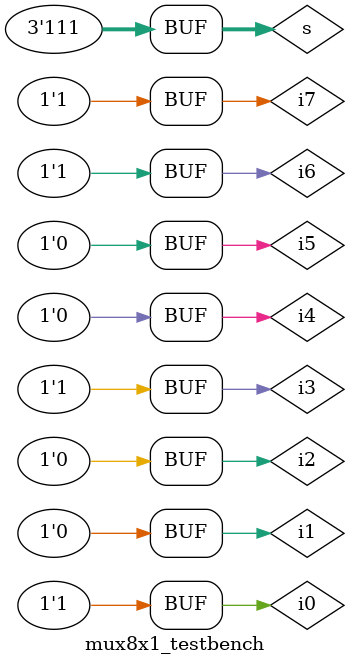
<source format=v>
`define DELAY 20
module mux8x1_testbench();
	reg i0, i1, i2, i3, i4, i5, i6, i7;
	reg [2:0] s;
	wire out;
	
	mux8x1 my_mux(out,s,i0, i1, i2, i3, i4, i5, i6, i7);
	initial begin
	s = 3'b000; i0 =1'b1; i1 = 1'b0; i2 = 1'b0;i3 = 1'b1;i4 = 1'b0;i5 = 1'b0;i6 = 1'b1;i7 = 1'b1;
	#`DELAY;
	s = 3'b001; i0 =1'b1; i1 = 1'b0; i2 = 1'b0;i3 = 1'b1;i4 = 1'b0;i5 = 1'b0;i6 = 1'b1;i7 = 1'b1;
	#`DELAY;
	s = 3'b010; i0 =1'b1; i1 = 1'b0; i2 = 1'b0;i3 = 1'b1;i4 = 1'b0;i5 = 1'b0;i6 = 1'b1;i7 = 1'b1;
	#`DELAY;
	s = 3'b011; i0 =1'b1; i1 = 1'b0; i2 = 1'b0;i3 = 1'b1;i4 = 1'b0;i5 = 1'b0;i6 = 1'b1;i7 = 1'b1;
	#`DELAY;
	s = 3'b100; i0 =1'b1; i1 = 1'b0; i2 = 1'b0;i3 = 1'b1;i4 = 1'b0;i5 = 1'b0;i6 = 1'b1;i7 = 1'b1;
	#`DELAY;
	s = 3'b101; i0 =1'b1; i1 = 1'b0; i2 = 1'b0;i3 = 1'b1;i4 = 1'b0;i5 = 1'b0;i6 = 1'b1;i7 = 1'b1;
	#`DELAY;
	s = 3'b110; i0 =1'b1; i1 = 1'b0; i2 = 1'b0;i3 = 1'b1;i4 = 1'b0;i5 = 1'b0;i6 = 1'b1;i7 = 1'b1;
	#`DELAY;
	s = 3'b111; i0 =1'b1; i1 = 1'b0; i2 = 1'b0;i3 = 1'b1;i4 = 1'b0;i5 = 1'b0;i6 = 1'b1;i7 = 1'b1;
	#`DELAY;
	end
	initial begin
	$monitor("time=%2d,i7=%1b,i6=%1b,i5=%1b,i4=%1b,i3=%1b,i2=%1b,i1=%1b,i0=%1b,s2=%1b,s1=%1b,s0=%1b,out=%1b"
	          ,$time,i7, i6, i5, i4, i3, i2, i1, i0,s[2], s[1], s[0], out);
	end
endmodule
</source>
